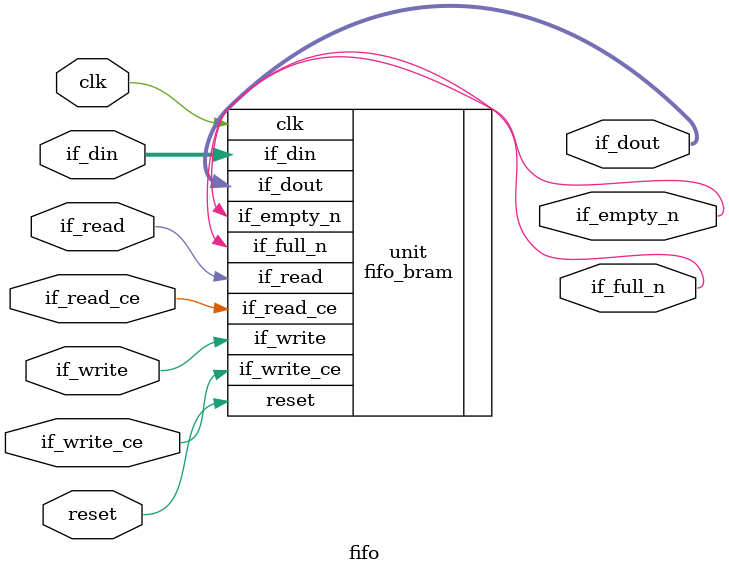
<source format=v>
`default_nettype none

module fifo #(
  parameter DATA_WIDTH = 32,
  parameter ADDR_WIDTH = 5,
  parameter DEPTH      = 32,
  parameter THRESHOLD  = 4096
) (
  input wire clk,
  input wire reset,

  // write
  output wire                  if_full_n,
  input  wire                  if_write_ce,
  input  wire                  if_write,
  input  wire [DATA_WIDTH-1:0] if_din,

  // read
  output wire                  if_empty_n,
  input  wire                  if_read_ce,
  input  wire                  if_read,
  output wire [DATA_WIDTH-1:0] if_dout
);

  fifo_bram #(
    .MEM_STYLE (DATA_WIDTH * DEPTH > THRESHOLD ? "block" : "registers"),
    .DATA_WIDTH(DATA_WIDTH),
    .ADDR_WIDTH(ADDR_WIDTH),
    .DEPTH     (DEPTH)
  ) unit (
    .clk      (clk),
    .reset    (reset),

    .if_full_n  (if_full_n),
    .if_write_ce(if_write_ce),
    .if_write   (if_write),
    .if_din     (if_din),

    .if_empty_n(if_empty_n),
    .if_read_ce(if_read_ce),
    .if_read   (if_read),
    .if_dout   (if_dout)
  );

endmodule  // fifo

`default_nettype wire
</source>
